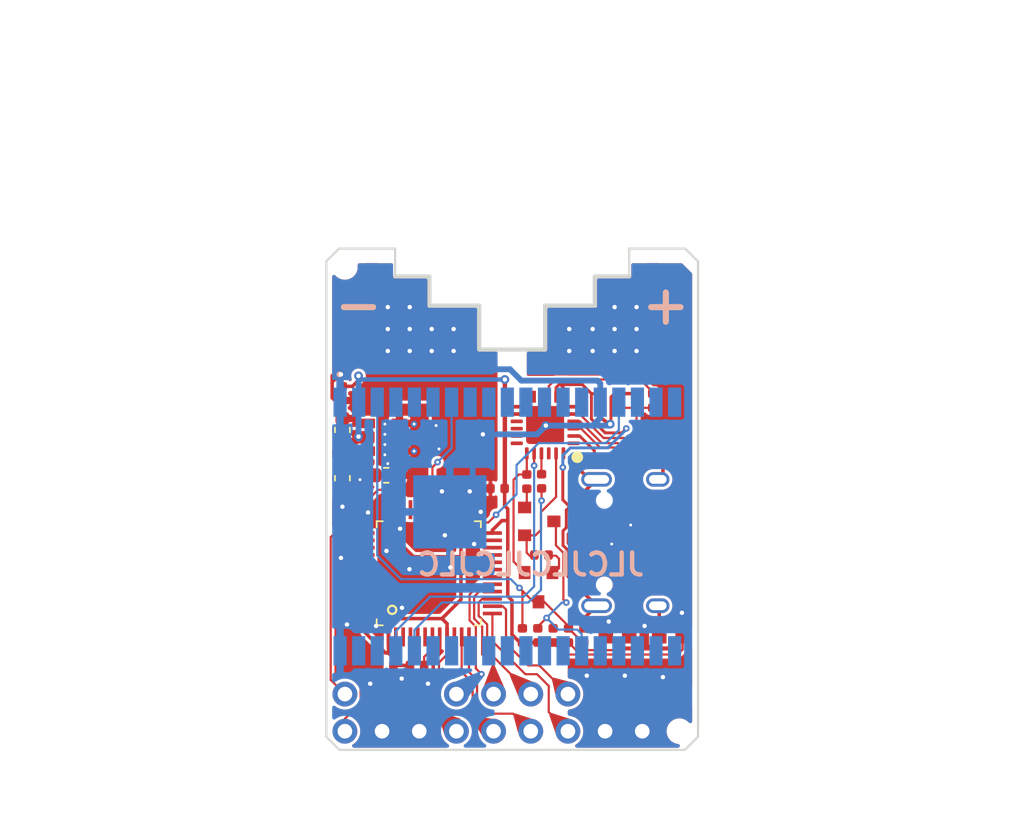
<source format=kicad_pcb>
(kicad_pcb (version 20241229) (generator "pcbnew") (generator_version "9.0")
  (layers (0 "F.Cu" signal) (4 "In1.Cu" signal) (6 "In2.Cu" signal) (2 "B.Cu" signal) (13 "F.Paste" user) (15 "B.Paste" user) (5 "F.SilkS" user "F.Silkscreen") (7 "B.SilkS" user "B.Silkscreen") (1 "F.Mask" user) (3 "B.Mask" user) (25 "Edge.Cuts" user))
  (net 0 "")
  (net 1 "Net-(U4-REGIN)")
  (net 2 "Net-(J1-Pin_5)")
  (net 3 "Net-(J1-Pin_3)")
  (net 4 "Net-(J1-Pin_6)")
  (net 5 "Net-(J1-Pin_4)")
  (net 6 "Net-(U4-D+)")
  (net 7 "Net-(J2-CC2)")
  (net 8 "Net-(U4-D-)")
  (net 10 "Net-(J2-CC1)")
  (net 12 "Net-(J3-Pin_4)")
  (net 13 "Net-(J3-Pin_2)")
  (net 14 "Net-(J3-Pin_3)")
  (net 15 "Net-(J3-Pin_1)")
  (net 16 "Net-(Q1-G)")
  (net 17 "Net-(Q1-S)")
  (net 18 "Net-(Q2-S)")
  (net 19 "Net-(Q2-G)")
  (net 20 "Net-(U4-TXD)")
  (net 21 "Net-(U4-~{RST})")
  (net 22 "Net-(U2-NRST)")
  (net 23 "Net-(U2-BOOT0)")
  (net 24 "Net-(SW1-A)")
  (net 25 "Net-(SW2-A)")
  (net 46 "GND")
  (net 48 "+5V")
  (net 49 "3V3")
  (net 50 "VIO")
  (net 51 "ESPEN")
  (net 60 "ESPRST")
  (net 61 "ESPRX")
  (net 66 "ESPTX")
  (net 67 "STMTX")
  (net 68 "STMRX")
  (net 69 "SWDIO")
  (net 70 "SWDCLK")
  (footprint "Connector_PinHeader_2.54mm:PinHeader_1x08_P2.54mm_Vertical" (layer "F.Cu") (at 0 0 90)
    (property "Reference" "J1" (hide yes))
    (property "Value" "Conn_01x08_Male")
  )
  (footprint "MountingHole:MountingHole_3.2mm_M3" (layer "F.Cu") (at -11.43 -31.75)
    (property "Reference" "REF**" (hide yes))
    (property "Value" "MountingHole_3.2mm_M3")
  )
  (footprint "MountingHole:MountingHole_3.2mm_M3" (layer "F.Cu") (at 11.43 0)
    (property "Reference" "REF**" (hide yes))
    (property "Value" "MountingHole_3.2mm_M3")
  )
  (footprint "Connector_PinHeader_2.54mm:PinHeader_1x04_P2.54mm_Vertical" (layer "F.Cu") (at -3.81 -2.54 90)
    (property "Reference" "J3" (hide yes))
    (property "Value" "Conn_01x04_Male")
  )
  (footprint "Connector_PinHeader_2.54mm:PinHeader_1x02_P2.54mm_Vertical" (layer "F.Cu") (at -11.43 -2.54)
    (property "Reference" "J4" (hide yes))
    (property "Value" "Conn_01x02_Male")
  )
  (footprint "Package_TO_SOT_SMD:SOT-23" (layer "F.Cu") (at 1.85 -14.35)
    (property "Reference" "Q2" (hide yes))
    (property "Value" "AO3400")
  )
  (footprint "Package_TO_SOT_SMD:SOT-23" (layer "F.Cu") (at 1.8 -9.85 -90)
    (property "Reference" "Q1" (hide yes))
    (property "Value" "AO3400")
  )
  (footprint "Package_DFN_QFN:QFN-24-1EP_4x4mm_P0.5mm_EP2.6x2.6mm" (layer "F.Cu") (at 2.25 -20.9375 90)
    (property "Reference" "U4" (hide yes))
    (property "Value" "CH9102F")
  )
  (footprint "footprints:USB_C_Receptacle_HRO_TYPE-C-31-M-12" (layer "F.Cu") (at 8.9 -12.9 90)
    (property "Reference" "J2" (hide yes))
    (property "Value" "USB_C_Receptacle_USB2.0")
  )
  (footprint "esp32-wrover:C_0603_1608Metric" (layer "F.Cu") (at -8.6 -17.5 180)
    (property "Reference" "C2" (hide yes))
    (property "Value" "10uF")
  )
  (footprint "Resistor_SMD:R_0402_1005Metric" (layer "F.Cu") (at 2.01 -17.09 90)
    (property "Reference" "R1" (hide yes))
    (property "Value" "1k")
  )
  (footprint "esp32-wrover:C_0603_1608Metric" (layer "F.Cu") (at -11.6 -17.3 -90)
    (property "Reference" "C9" (hide yes))
    (property "Value" "10uF")
  )
  (footprint "esp32-wrover:C_0603_1608Metric" (layer "F.Cu") (at -11.6 -20.6 90)
    (property "Reference" "C4" (hide yes))
    (property "Value" "10uF")
  )
  (footprint "Capacitor_SMD:C_0402_1005Metric" (layer "F.Cu") (at -1 -16.6 180)
    (property "Reference" "C10" (hide yes))
    (property "Value" "100nF")
  )
  (footprint "Capacitor_SMD:C_0402_1005Metric" (layer "F.Cu") (at 6.1 -22.6 -90)
    (property "Reference" "C1" (hide yes))
    (property "Value" "1uF")
  )
  (footprint "Capacitor_SMD:C_0402_1005Metric" (layer "F.Cu") (at 8.5 -22.6 90)
    (property "Reference" "C3" (hide yes))
    (property "Value" "100nF")
  )
  (footprint "Capacitor_SMD:C_0402_1005Metric" (layer "F.Cu") (at -11.6 -23.1 -90)
    (property "Reference" "C5" (hide yes))
    (property "Value" "100nF")
  )
  (footprint "Capacitor_SMD:C_0402_1005Metric" (layer "F.Cu") (at 7.4 -22.6 90)
    (property "Reference" "C6" (hide yes))
    (property "Value" "1uF")
  )
  (footprint "Capacitor_SMD:C_0402_1005Metric" (layer "F.Cu") (at -8.6 -4.5 180)
    (property "Reference" "C8" (hide yes))
    (property "Value" "100nF")
  )
  (footprint "Resistor_SMD:R_0402_1005Metric" (layer "F.Cu") (at 9.6 -22.6 90)
    (property "Reference" "R2" (hide yes))
    (property "Value" "10k")
  )
  (footprint "Resistor_SMD:R_0402_1005Metric" (layer "F.Cu") (at 2 -12.05 180)
    (property "Reference" "R3" (hide yes))
    (property "Value" "10k")
  )
  (footprint "Resistor_SMD:R_0402_1005Metric" (layer "F.Cu") (at 1 -17.07 90)
    (property "Reference" "R4" (hide yes))
    (property "Value" "10k")
  )
  (footprint "Resistor_SMD:R_0402_1005Metric" (layer "F.Cu") (at 0.7 -6.55 90)
    (property "Reference" "R5" (hide yes))
    (property "Value" "10k")
  )
  (footprint "Resistor_SMD:R_0402_1005Metric" (layer "F.Cu") (at -6.5 -4.5 180)
    (property "Reference" "R6" (hide yes))
    (property "Value" "10k")
  )
  (footprint "Resistor_SMD:R_0402_1005Metric" (layer "F.Cu") (at -11.45 -9.57 -90)
    (property "Reference" "R7" (hide yes))
    (property "Value" "10k")
  )
  (footprint "Resistor_SMD:R_0402_1005Metric" (layer "F.Cu") (at 9.82 -18.75 180)
    (property "Reference" "R8" (hide yes))
    (property "Value" "5.1k")
  )
  (footprint "Resistor_SMD:R_0402_1005Metric" (layer "F.Cu") (at 6.1 -18.75)
    (property "Reference" "R9" (hide yes))
    (property "Value" "5.1k")
  )
  (footprint "Resistor_SMD:R_0402_1005Metric" (layer "F.Cu") (at 3.85 -6.55 -90)
    (property "Reference" "R10" (hide yes))
    (property "Value" "470 Ohm")
  )
  (footprint "Resistor_SMD:R_0402_1005Metric" (layer "F.Cu") (at 1.75 -6.55 90)
    (property "Reference" "R11" (hide yes))
    (property "Value" "10k")
  )
  (footprint "Package_QFP:LQFP-48_7x7mm_P0.5mm" (layer "F.Cu") (at -5.7 -10.8 90)
    (property "Reference" "U2" (hide yes))
    (property "Value" "STM32F030C8Tx")
  )
  (footprint "Button_Switch_SMD:SW_Push_1P1T_NO_CK_KMR2" (layer "F.Cu") (at 7.2 -4.4 -90)
    (property "Reference" "SW1" (hide yes))
    (property "Value" "SW_SPST")
  )
  (footprint "Button_Switch_SMD:SW_Push_1P1T_NO_CK_KMR2" (layer "F.Cu") (at 10.85 -4.4 -90)
    (property "Reference" "SW2" (hide yes))
    (property "Value" "SW_SPST")
  )
  (footprint "Capacitor_SMD:C_0402_1005Metric" (layer "F.Cu") (at 4.9 -6.55 90)
    (property "Reference" "C7" (hide yes))
    (property "Value" "1uF")
  )
  (footprint "Resistor_SMD:R_0402_1005Metric" (layer "F.Cu") (at 2.8 -6.55 -90)
    (property "Reference" "R12" (hide yes))
    (property "Value" "470 Ohm")
  )
  (footprint "Package_TO_SOT_SMD:SOT-23-5" (layer "F.Cu") (at -8.8 -20.1 180)
    (property "Reference" "U3" (hide yes))
    (property "Value" "ME6211C33M5G-N")
  )
  (footprint "esp32-wrover:XCVR_ESP32-WROVER" (layer "B.Cu") (at -3.5 -14 -90)
    (property "Reference" "U1" (hide yes))
    (property "Value" "ESP32-WROVER")
  )
  (gr_line (start 9.5 -29) (end 11.5 -29) (stroke (width 0.4)) (layer "F.SilkS"))
  (gr_line (start 10.5 -28) (end 10.5 -30) (stroke (width 0.4)) (layer "F.SilkS"))
  (gr_line (start -11.5 -29) (end -9.5 -29) (stroke (width 0.4)) (layer "F.SilkS"))
  (gr_line (start 9.5 -29) (end 11.5 -29) (stroke (width 0.4)) (layer "B.SilkS"))
  (gr_line (start -11.5 -29) (end -9.5 -29) (stroke (width 0.4)) (layer "B.SilkS"))
  (gr_line (start 10.5 -28) (end 10.5 -30) (stroke (width 0.4)) (layer "B.SilkS"))
  (gr_line (start -5.649784 -29.100034) (end -5.649784 -31.09991) (stroke (width 0.282843)) (layer "Edge.Cuts"))
  (gr_line (start 11.83 -33) (end 12.7 -32.131) (stroke (width 0.15)) (layer "Edge.Cuts"))
  (gr_line (start 5.649267 -29.100034) (end 2.249992 -29.100034) (stroke (width 0.282843)) (layer "Edge.Cuts"))
  (gr_line (start -2.249992 -29.100034) (end -5.649784 -29.100034) (stroke (width 0.282843)) (layer "Edge.Cuts"))
  (gr_line (start -2.249992 -26.099698) (end -2.249992 -29.100034) (stroke (width 0.282843)) (layer "Edge.Cuts"))
  (gr_line (start 2.249992 -29.100034) (end 2.249992 -26.099698) (stroke (width 0.282843)) (layer "Edge.Cuts"))
  (gr_line (start 8 -31.1) (end 8 -33) (stroke (width 0.15)) (layer "Edge.Cuts"))
  (gr_line (start 7.999512 -31.09991) (end 5.649267 -31.09991) (stroke (width 0.282843)) (layer "Edge.Cuts"))
  (gr_line (start -8 -31.1) (end -8 -33) (stroke (width 0.15)) (layer "Edge.Cuts"))
  (gr_line (start 5.649267 -31.09991) (end 5.649267 -29.100034) (stroke (width 0.282843)) (layer "Edge.Cuts"))
  (gr_line (start -11.83 -33) (end -8 -33) (stroke (width 0.15)) (layer "Edge.Cuts"))
  (gr_line (start -12.7 -32.131) (end -11.83 -33) (stroke (width 0.15)) (layer "Edge.Cuts"))
  (gr_line (start -5.649784 -31.09991) (end -8.000028 -31.09991) (stroke (width 0.282843)) (layer "Edge.Cuts"))
  (gr_line (start 2.249992 -26.099698) (end -2.249992 -26.099698) (stroke (width 0.282843)) (layer "Edge.Cuts"))
  (gr_line (start -12.7 0.381) (end -12.7 -32.131) (stroke (width 0.15)) (layer "Edge.Cuts"))
  (gr_line (start 8 -33) (end 11.83 -33) (stroke (width 0.15)) (layer "Edge.Cuts"))
  (gr_line (start 12.7 0.381) (end 12.7 -32.131) (stroke (width 0.15)) (layer "Edge.Cuts"))
  (gr_line (start 11.811 1.27) (end 12.7 0.381) (stroke (width 0.15)) (layer "Edge.Cuts"))
  (gr_line (start -12.7 0.381) (end -11.811 1.27) (stroke (width 0.15)) (layer "Edge.Cuts"))
  (gr_line (start -11.811 1.27) (end 11.811 1.27) (stroke (width 0.15)) (layer "Edge.Cuts"))
  (gr_text "JLCJLCJLCJLC" (at 1.27 -11.4 0) (layer "B.SilkS") (effects (font (size 1.5 1.5) (thickness 0.3)) (justify mirror)))
  (segment (start 3 -23.5) (end 3.2 -23.7) (width 0.2) (layer "F.Cu") (net 1))
  (segment (start 3.2 -23.7) (end 3.3 -23.7) (width 0.2) (layer "F.Cu") (net 1))
  (segment (start 3.3 -23.7) (end 3.5 -23.5) (width 0.2) (layer "F.Cu") (net 1))
  (segment (start 3.5 -23.5) (end 3.5 -22.875) (width 0.2) (layer "F.Cu") (net 1))
  (segment (start 4.8 -23.7) (end 5.415 -23.085) (width 0.2) (layer "F.Cu") (net 1))
  (segment (start 5.415 -23.085) (end 6.1 -23.085) (width 0.2) (layer "F.Cu") (net 1))
  (segment (start 5.415 -21.344622) (end 6.359622 -20.4) (width 0.2) (layer "F.Cu") (net 1))
  (segment (start 6.359622 -20.4) (end 7.5 -20.4) (width 0.2) (layer "F.Cu") (net 1))
  (segment (start 7.5 -20.4) (end 7.8 -20.7) (width 0.2) (layer "F.Cu") (net 1))
  (segment (start 3 -22.875) (end 3 -23.5) (width 0.2) (layer "F.Cu") (net 1))
  (segment (start 3.7 -15.12) (end 3.93 -15.35) (width 0.2) (layer "F.Cu") (net 1))
  (segment (start 3.7 -13.925009) (end 3.7 -15.12) (width 0.2) (layer "F.Cu") (net 1))
  (segment (start 3.3 -23.7) (end 4.8 -23.7) (width 0.2) (layer "F.Cu") (net 1))
  (segment (start 3.46 -15.82) (end 3.46 -18.04) (width 0.2) (layer "F.Cu") (net 1))
  (segment (start 4.855 -10.45) (end 3.93 -10.45) (width 0.2) (layer "F.Cu") (net 1))
  (segment (start 3.47499 -13.699999) (end 3.7 -13.925009) (width 0.2) (layer "F.Cu") (net 1))
  (segment (start 3.93 -15.35) (end 4.855 -15.35) (width 0.2) (layer "F.Cu") (net 1))
  (segment (start 3.82501 -10.55499) (end 3.82501 -12.355357) (width 0.2) (layer "F.Cu") (net 1))
  (segment (start 3.93 -15.35) (end 3.46 -15.82) (width 0.2) (layer "F.Cu") (net 1))
  (segment (start 5.415 -21.344622) (end 5.415 -23.085) (width 0.2) (layer "F.Cu") (net 1))
  (segment (start 3.93 -10.45) (end 3.82501 -10.55499) (width 0.2) (layer "F.Cu") (net 1))
  (segment (start 3.82501 -12.355357) (end 3.47499 -12.705377) (width 0.2) (layer "F.Cu") (net 1))
  (segment (start 3.47499 -12.705377) (end 3.47499 -13.699999) (width 0.2) (layer "F.Cu") (net 1))
  (via (at 3.46 -18.04) (size 0.45) (drill 0.2) (layers "F.Cu" "B.Cu") (net 1))
  (via (at 7.8 -20.7) (size 0.45) (drill 0.2) (layers "F.Cu" "B.Cu") (net 1))
  (segment (start 7.8 -20.640367) (end 7.8 -20.7) (width 0.2) (layer "B.Cu") (net 1))
  (segment (start 3.97499 -19.37499) (end 6.534623 -19.37499) (width 0.2) (layer "B.Cu") (net 1))
  (segment (start 3.46 -18.86) (end 3.97499 -19.37499) (width 0.2) (layer "B.Cu") (net 1))
  (segment (start 3.46 -18.04) (end 3.46 -18.86) (width 0.2) (layer "B.Cu") (net 1))
  (segment (start 6.534623 -19.37499) (end 7.8 -20.640367) (width 0.2) (layer "B.Cu") (net 1))
  (segment (start -2.399998 -1.799998) (end -1.8 -1.2) (width 0.15) (layer "F.Cu") (net 2))
  (segment (start -2.95 -4.05) (end -2.399998 -3.499998) (width 0.15) (layer "F.Cu") (net 2))
  (segment (start -1.8 -1.2) (end 0.07 -1.2) (width 0.15) (layer "F.Cu") (net 2))
  (segment (start 0.07 -1.2) (end 1.27 0) (width 0.15) (layer "F.Cu") (net 2))
  (segment (start -2.399998 -3.499998) (end -2.399998 -1.799998) (width 0.15) (layer "F.Cu") (net 2))
  (segment (start -2.95 -6.45) (end -2.95 -4.05) (width 0.15) (layer "F.Cu") (net 2))
  (segment (start -5 -1.19) (end -3.81 0) (width 0.15) (layer "F.Cu") (net 3))
  (segment (start -3.95 -5.75) (end -5 -4.7) (width 0.15) (layer "F.Cu") (net 3))
  (segment (start -5 -4.7) (end -5 -1.19) (width 0.15) (layer "F.Cu") (net 3))
  (segment (start -3.95 -6.45) (end -3.95 -5.75) (width 0.15) (layer "F.Cu") (net 3))
  (segment (start -1.35 -6.15) (end 0.9 -3.9) (width 0.15) (layer "F.Cu") (net 4))
  (segment (start 0.9 -3.9) (end 1.7 -3.9) (width 0.15) (layer "F.Cu") (net 4))
  (segment (start 1.7 -3.9) (end 2.5 -3.1) (width 0.15) (layer "F.Cu") (net 4))
  (segment (start 2.5 -3.1) (end 2.5 -1.31) (width 0.15) (layer "F.Cu") (net 4))
  (segment (start 3.81 0) (end 2.5 -1.31) (width 0.15) (layer "F.Cu") (net 4))
  (segment (start -1.35 -8.05) (end -1.35 -7.95) (width 0.15) (layer "F.Cu") (net 4))
  (segment (start -1.35 -6.15) (end -1.35 -8.05) (width 0.15) (layer "F.Cu") (net 4))
  (segment (start -3.45 -4.05) (end -2.7 -3.3) (width 0.15) (layer "F.Cu") (net 5))
  (segment (start -2.7 -0.9) (end -1.8 0) (width 0.15) (layer "F.Cu") (net 5))
  (segment (start -1.8 0) (end -1.27 0) (width 0.15) (layer "F.Cu") (net 5))
  (segment (start -3.45 -6.45) (end -3.45 -4.05) (width 0.15) (layer "F.Cu") (net 5))
  (segment (start -2.7 -3.3) (end -2.7 -0.9) (width 0.15) (layer "F.Cu") (net 5))
  (segment (start 4.6125 -20.6875) (end 4.1875 -20.6875) (width 0.15) (layer "F.Cu") (net 6))
  (segment (start 3.99 -12.65) (end 3.8 -12.84) (width 0.15) (layer "F.Cu") (net 6))
  (segment (start 3.8 -13.5) (end 3.95 -13.65) (width 0.15) (layer "F.Cu") (net 6))
  (segment (start 4.855 -13.65) (end 5.77 -13.65) (width 0.15) (layer "F.Cu") (net 6))
  (segment (start 5.77 -13.65) (end 7.4 -15.28) (width 0.15) (layer "F.Cu") (net 6))
  (segment (start 3.95 -13.65) (end 4.855 -13.65) (width 0.15) (layer "F.Cu") (net 6))
  (segment (start 7.100002 -19.399998) (end 6.000002 -19.399998) (width 0.15) (layer "F.Cu") (net 6))
  (segment (start 4.7125 -20.6875) (end 4.1875 -20.6875) (width 0.15) (layer "F.Cu") (net 6))
  (segment (start 4.855 -12.65) (end 3.99 -12.65) (width 0.15) (layer "F.Cu") (net 6))
  (segment (start 7.4 -15.28) (end 7.4 -19.1) (width 0.15) (layer "F.Cu") (net 6))
  (segment (start 7.4 -19.1) (end 7.100002 -19.399998) (width 0.15) (layer "F.Cu") (net 6))
  (segment (start 6.000002 -19.399998) (end 4.7125 -20.6875) (width 0.15) (layer "F.Cu") (net 6))
  (segment (start 3.8 -12.84) (end 3.8 -13.5) (width 0.15) (layer "F.Cu") (net 6))
  (segment (start 6.585 -18.75) (end 7.03999 -18.75) (width 0.15) (layer "F.Cu") (net 7))
  (segment (start 7.1 -18.68999) (end 7.1 -18.5) (width 0.15) (layer "F.Cu") (net 7))
  (segment (start 7.1 -15.66) (end 7.1 -18.5) (width 0.15) (layer "F.Cu") (net 7))
  (segment (start 4.855 -14.65) (end 6.09 -14.65) (width 0.15) (layer "F.Cu") (net 7))
  (segment (start 7.03999 -18.75) (end 7.1 -18.68999) (width 0.15) (layer "F.Cu") (net 7))
  (segment (start 6.09 -14.65) (end 7.1 -15.66) (width 0.15) (layer "F.Cu") (net 7))
  (segment (start 5.75 -13.15) (end 4.855 -13.15) (width 0.15) (layer "F.Cu") (net 8))
  (segment (start 4.855 -12.15) (end 5.76 -12.15) (width 0.15) (layer "F.Cu") (net 8))
  (segment (start 4.636779 -21.1875) (end 4.1875 -21.1875) (width 0.15) (layer "F.Cu") (net 8))
  (segment (start 6.05 -12.44) (end 6.05 -12.85) (width 0.15) (layer "F.Cu") (net 8))
  (segment (start 6.12427 -19.700009) (end 4.636779 -21.1875) (width 0.15) (layer "F.Cu") (net 8))
  (segment (start 7.22427 -19.700009) (end 6.12427 -19.700009) (width 0.15) (layer "F.Cu") (net 8))
  (segment (start 5.76 -12.15) (end 6.05 -12.44) (width 0.15) (layer "F.Cu") (net 8))
  (segment (start 5.75 -13.15) (end 5.77 -13.15) (width 0.15) (layer "F.Cu") (net 8))
  (segment (start 7.7 -19.224279) (end 7.22427 -19.700009) (width 0.15) (layer "F.Cu") (net 8))
  (segment (start 6.05 -12.85) (end 5.75 -13.15) (width 0.15) (layer "F.Cu") (net 8))
  (segment (start 5.77 -13.15) (end 7.7 -15.08) (width 0.15) (layer "F.Cu") (net 8))
  (segment (start 7.7 -15.08) (end 7.7 -19.224279) (width 0.15) (layer "F.Cu") (net 8))
  (segment (start 8.965 -18.75) (end 8.815 -18.6) (width 0.15) (layer "F.Cu") (net 10))
  (segment (start 8.815 -18.6) (end 8.815 -13.715) (width 0.15) (layer "F.Cu") (net 10))
  (segment (start 9.335 -18.75) (end 8.965 -18.75) (width 0.15) (layer "F.Cu") (net 10))
  (segment (start 5.73 -11.65) (end 4.855 -11.65) (width 0.15) (layer "F.Cu") (net 10))
  (segment (start 6.75 -11.65) (end 5.73 -11.65) (width 0.15) (layer "F.Cu") (net 10))
  (segment (start 8.815 -13.715) (end 6.75 -11.65) (width 0.15) (layer "F.Cu") (net 10))
  (segment (start -1.35 -8.55) (end -0.65 -8.55) (width 0.15) (layer "F.Cu") (net 12))
  (segment (start -0.42 -8.32) (end -0.42 -6.02) (width 0.15) (layer "F.Cu") (net 12))
  (segment (start -0.42 -6.02) (end 1.1 -4.5) (width 0.15) (layer "F.Cu") (net 12))
  (segment (start 1.1 -4.5) (end 1.85 -4.5) (width 0.15) (layer "F.Cu") (net 12))
  (segment (start -0.65 -8.55) (end -0.42 -8.32) (width 0.15) (layer "F.Cu") (net 12))
  (segment (start 1.85 -4.5) (end 3.81 -2.54) (width 0.15) (layer "F.Cu") (net 12))
  (segment (start -1.27 -4.48) (end -2.05 -5.26) (width 0.15) (layer "F.Cu") (net 13))
  (segment (start -2.6 -9.2) (end -2.6 -7.7) (width 0.15) (layer "F.Cu") (net 13))
  (segment (start -2.6 -7.7) (end -2.05 -7.15) (width 0.15) (layer "F.Cu") (net 13))
  (segment (start -2.25 -9.55) (end -2.6 -9.2) (width 0.15) (layer "F.Cu") (net 13))
  (segment (start -2.05 -7.15) (end -2.05 -5.26) (width 0.15) (layer "F.Cu") (net 13))
  (segment (start -1.35 -9.55) (end -2.25 -9.55) (width 0.15) (layer "F.Cu") (net 13))
  (segment (start -1.27 -2.54) (end -1.27 -4.48) (width 0.15) (layer "F.Cu") (net 13))
  (segment (start -1.71 -7.31) (end -1.71 -5.52) (width 0.15) (layer "F.Cu") (net 14))
  (segment (start -2.05 -9.05) (end -2.287867 -8.812133) (width 0.15) (layer "F.Cu") (net 14))
  (segment (start -2.287867 -8.812133) (end -2.287867 -7.887867) (width 0.15) (layer "F.Cu") (net 14))
  (segment (start -0.045 -3.855) (end -1.71 -5.52) (width 0.15) (layer "F.Cu") (net 14))
  (segment (start -2.05 -9.05) (end -1.35 -9.05) (width 0.15) (layer "F.Cu") (net 14))
  (segment (start -2.287867 -7.887867) (end -1.71 -7.31) (width 0.15) (layer "F.Cu") (net 14))
  (segment (start -0.045 -3.855) (end 1.27 -2.54) (width 0.15) (layer "F.Cu") (net 14))
  (segment (start -2.21 -10.05) (end -2.91 -9.35) (width 0.15) (layer "F.Cu") (net 15))
  (segment (start -2.91 -9.35) (end -2.91 -7.579998) (width 0.15) (layer "F.Cu") (net 15))
  (segment (start -2.91 -7.579998) (end -2.48 -7.149998) (width 0.15) (layer "F.Cu") (net 15))
  (segment (start -2.48 -7.149998) (end -2.48 -4.29) (width 0.15) (layer "F.Cu") (net 15))
  (segment (start -2.48 -4.29) (end -2.05 -3.86) (width 0.15) (layer "F.Cu") (net 15))
  (segment (start -1.35 -10.05) (end -2.21 -10.05) (width 0.15) (layer "F.Cu") (net 15))
  (via (at -2.1 -3.9) (size 0.45) (drill 0.2) (layers "F.Cu" "B.Cu") (net 15))
  (segment (start -2.05 -3.86) (end -3.37 -2.54) (width 0.24) (layer "B.Cu") (net 15))
  (segment (start -3.37 -2.54) (end -3.81 -2.54) (width 0.15) (layer "B.Cu") (net 15))
  (segment (start 3 -12) (end 3.2 -11.8) (width 0.15) (layer "F.Cu") (net 16))
  (segment (start 3.2 -11.8) (end 3.2 -11.15) (width 0.15) (layer "F.Cu") (net 16))
  (segment (start 3.2 -11.15) (end 2.95 -10.9) (width 0.15) (layer "F.Cu") (net 16))
  (segment (start 2.485 -12) (end 3 -12) (width 0.15) (layer "F.Cu") (net 16))
  (segment (start 0.795002 -10.9) (end 0.095002 -11.6) (width 0.15) (layer "F.Cu") (net 17))
  (segment (start 0.095002 -11.6) (end 0.095002 -17.195002) (width 0.15) (layer "F.Cu") (net 17))
  (segment (start 0.095002 -17.195002) (end 0.455 -17.555) (width 0.15) (layer "F.Cu") (net 17))
  (segment (start 0.455 -17.555) (end 1 -17.555) (width 0.15) (layer "F.Cu") (net 17))
  (segment (start 1 -19) (end 1 -17.555) (width 0.15) (layer "F.Cu") (net 17))
  (segment (start 1.05 -10.9) (end 0.795002 -10.9) (width 0.15) (layer "F.Cu") (net 17))
  (segment (start 0.99 -12.21) (end 1.2 -12) (width 0.15) (layer "F.Cu") (net 18))
  (segment (start 1.2 -12) (end 1.515 -12) (width 0.15) (layer "F.Cu") (net 18))
  (segment (start 3 -16.02) (end 1.97 -14.99) (width 0.15) (layer "F.Cu") (net 18))
  (segment (start 1.97 -14.99) (end 1.97 -13.77) (width 0.15) (layer "F.Cu") (net 18))
  (segment (start 1.97 -13.77) (end 1.59 -13.39) (width 0.15) (layer "F.Cu") (net 18))
  (segment (start 1.59 -13.39) (end 0.99 -13.39) (width 0.15) (layer "F.Cu") (net 18))
  (segment (start 0.99 -13.39) (end 0.99 -12.21) (width 0.15) (layer "F.Cu") (net 18))
  (segment (start 3 -19) (end 3 -16.02) (width 0.15) (layer "F.Cu") (net 18))
  (segment (start 1 -15.3) (end 0.99 -15.29) (width 0.15) (layer "F.Cu") (net 19))
  (segment (start 1 -16.585) (end 1 -15.3) (width 0.15) (layer "F.Cu") (net 19))
  (segment (start 2 -17.585) (end 2.01 -17.575) (width 0.15) (layer "F.Cu") (net 20))
  (segment (start 2 -19) (end 2 -17.585) (width 0.15) (layer "F.Cu") (net 20))
  (segment (start 9.4 -23.4) (end 8.75 -24.05) (width 0.15) (layer "F.Cu") (net 21))
  (segment (start 8.75 -24.05) (end 2.95 -24.05) (width 0.15) (layer "F.Cu") (net 21))
  (segment (start 2.95 -24.05) (end 2.5 -23.6) (width 0.15) (layer "F.Cu") (net 21))
  (segment (start 2.5 -23.6) (end 2.5 -22.875) (width 0.15) (layer "F.Cu") (net 21))
  (segment (start 9.4 -23.085) (end 9.4 -23.4) (width 0.18) (layer "F.Cu") (net 21))
  (segment (start -5.45 -5.65) (end -6.015 -5.085) (width 0.15) (layer "F.Cu") (net 22))
  (segment (start -6.015 -5.085) (end -6.015 -4.5) (width 0.15) (layer "F.Cu") (net 22))
  (segment (start -5.45 -6.45) (end -5.45 -5.65) (width 0.15) (layer "F.Cu") (net 22))
  (segment (start -10.055 -10.055) (end -10.05 -10.05) (width 0.15) (layer "F.Cu") (net 23))
  (segment (start -11.41 -10.055) (end -10.055 -10.055) (width 0.15) (layer "F.Cu") (net 23))
  (segment (start 4.37001 -5.54499) (end 7.09499 -5.54499) (width 0.15) (layer "F.Cu") (net 24))
  (segment (start 7.09499 -5.54499) (end 8 -6.45) (width 0.15) (layer "F.Cu") (net 24))
  (segment (start 3.85 -6.065) (end 4.37001 -5.54499) (width 0.15) (layer "F.Cu") (net 24))
  (segment (start 11.65 -5.58996) (end 11.65 -6.45) (width 0.15) (layer "F.Cu") (net 25))
  (segment (start 11.30502 -5.24498) (end 11.65 -5.58996) (width 0.15) (layer "F.Cu") (net 25))
  (segment (start 3.62002 -5.24498) (end 11.30502 -5.24498) (width 0.15) (layer "F.Cu") (net 25))
  (segment (start 2.8 -6.065) (end 3.62002 -5.24498) (width 0.15) (layer "F.Cu") (net 25))
  (segment (start -8.5 -26) (end -8.3 -25.8) (width 0.4) (layer "F.Cu") (net 46))
  (segment (start 6.7 -21) (end 6.65 -21.05) (width 0.4) (layer "F.Cu") (net 46))
  (segment (start 6.65 -21.05) (end 6.56 -21.05) (width 0.4) (layer "F.Cu") (net 46))
  (segment (start -9.085 -0.195) (end -8.89 0) (width 0.24) (layer "F.Cu") (net 46))
  (segment (start -11.7 -24.4) (end -11.6 -24.3) (width 0.24) (layer "F.Cu") (net 46))
  (segment (start -4.95 -5.55) (end -5.395002 -5.104998) (width 0.24) (layer "F.Cu") (net 46))
  (segment (start -2.35 -13.05) (end -2.6 -12.8) (width 0.24) (layer "F.Cu") (net 46))
  (segment (start -11.2 -8.55) (end -11.41 -8.76) (width 0.24) (layer "F.Cu") (net 46))
  (segment (start -11.41 -8.76) (end -11.41 -9.085) (width 0.24) (layer "F.Cu") (net 46))
  (segment (start -9.085 -5.095) (end -9.085 -4.5) (width 0.24) (layer "F.Cu") (net 46))
  (segment (start -6.35 -0.95) (end -5.395002 -1.904998) (width 0.24) (layer "F.Cu") (net 46))
  (segment (start 6.1 -21.4) (end 6.56 -21.05) (width 0.24) (layer "F.Cu") (net 46))
  (segment (start 4.855 -16.305) (end 5.77 -17.22) (width 0.24) (layer "F.Cu") (net 46))
  (segment (start 4.855 -9.495) (end 5.77 -8.58) (width 0.24) (layer "F.Cu") (net 46))
  (segment (start 5 -18.6) (end 4.6 -18.2) (width 0.24) (layer "F.Cu") (net 46))
  (segment (start 4.6 -18.2) (end 4.6 -17.9) (width 0.24) (layer "F.Cu") (net 46))
  (segment (start 4.6 -17.9) (end 5.28 -17.22) (width 0.24) (layer "F.Cu") (net 46))
  (segment (start 5.28 -17.22) (end 5.77 -17.22) (width 0.24) (layer "F.Cu") (net 46))
  (segment (start 2.29 -20.8) (end 2.24 -20.75) (width 0.24) (layer "F.Cu") (net 46))
  (segment (start 2.24 -20.75) (end 2.24 -21.0375) (width 0.24) (layer "F.Cu") (net 46))
  (segment (start 2.3 -20.9) (end 2.24 -20.96) (width 0.24) (layer "F.Cu") (net 46))
  (segment (start 2.24 -20.96) (end 2.24 -21.0375) (width 0.24) (layer "F.Cu") (net 46))
  (segment (start -11.29 -7.3) (end -9.085 -5.095) (width 0.24) (layer "F.Cu") (net 46))
  (segment (start 5.615 -19.185168) (end 5.615 -19.02) (width 0.2) (layer "F.Cu") (net 46))
  (segment (start -11.41 -7.42) (end -11.29 -7.3) (width 0.24) (layer "F.Cu") (net 46))
  (segment (start 6.985 -23.085) (end 6.75 -22.85) (width 0.2) (layer "F.Cu") (net 46))
  (segment (start -10 -14.6) (end -9.579999 -14.179999) (width 0.24) (layer "F.Cu") (net 46))
  (segment (start -8.180345 -16.100001) (end -8.815001 -16.100001) (width 0.2) (layer "F.Cu") (net 46))
  (segment (start 10.05 -6.45) (end 10.05 -8.48) (width 0.24) (layer "F.Cu") (net 46))
  (segment (start -7.7 -20.1) (end -8.4 -20.1) (width 0.5) (layer "F.Cu") (net 46))
  (segment (start -9.085 -4.5) (end -9.085 -0.195) (width 0.24) (layer "F.Cu") (net 46))
  (segment (start 5.615 -18.75) (end 5.15 -18.75) (width 0.24) (layer "F.Cu") (net 46))
  (segment (start -12.2 -24.4) (end -11.7 -24.4) (width 0.24) (layer "F.Cu") (net 46))
  (segment (start -11.6 -22.615) (end -11.615 -22.6) (width 0.24) (layer "F.Cu") (net 46))
  (segment (start 5.815 -7.035) (end 4.9 -7.035) (width 0.24) (layer "F.Cu") (net 46))
  (segment (start 5.15 -18.75) (end 5 -18.6) (width 0.24) (layer "F.Cu") (net 46))
  (segment (start 4.855 -9.65) (end 4.855 -9.495) (width 0.24) (layer "F.Cu") (net 46))
  (segment (start -7.95 -15.15) (end -7.95 -15.869656) (width 0.2) (layer "F.Cu") (net 46))
  (segment (start -1.35 -13.05) (end -2.35 -13.05) (width 0.24) (layer "F.Cu") (net 46))
  (segment (start 4.9 -7.71) (end 5.77 -8.58) (width 0.24) (layer "F.Cu") (net 46))
  (segment (start -7.95 -15.15) (end -7.95 -14.21) (width 0.24) (layer "F.Cu") (net 46))
  (segment (start -12.3 -24.3) (end -12.2 -24.4) (width 0.24) (layer "F.Cu") (net 46))
  (segment (start -1.485 -17.685) (end -1.6 -17.8) (width 0.24) (layer "F.Cu") (net 46))
  (segment (start -8.4 -20.1) (end -8.7 -20.4) (width 0.24) (layer "F.Cu") (net 46))
  (segment (start -10.05 -8.55) (end -11.2 -8.55) (width 0.24) (layer "F.Cu") (net 46))
  (segment (start 6.1 -22.115) (end 6.1 -21.4) (width 0.24) (layer "F.Cu") (net 46))
  (segment (start -11.6 -21.3875) (end -11.6 -22.615) (width 0.24) (layer "F.Cu") (net 46))
  (segment (start -3.5 -16.6) (end -3.7 -16.4) (width 0.24) (layer "F.Cu") (net 46))
  (segment (start -11.6 -15.8) (end -11.6 -16.8125) (width 0.4) (layer "F.Cu") (net 46))
  (segment (start 6.75 -22.85) (end 6.75 -21.24) (width 0.2) (layer "F.Cu") (net 46))
  (segment (start 10.305 -17.575) (end 9.95 -17.22) (width 0.24) (layer "F.Cu") (net 46))
  (segment (start -1.485 -16.6) (end -1.485 -15.515) (width 0.24) (layer "F.Cu") (net 46))
  (segment (start 6.4 -6.45) (end 5.815 -7.035) (width 0.24) (layer "F.Cu") (net 46))
  (segment (start -7.95 -15.869656) (end -8.180345 -16.100001) (width 0.2) (layer "F.Cu") (net 46))
  (segment (start -3.25 -17.8) (end -3.25 -16.81) (width 0.4) (layer "F.Cu") (net 46))
  (segment (start -5.395002 -5.104998) (end -5.395002 -1.904998) (width 0.24) (layer "F.Cu") (net 46))
  (segment (start 4.612668 -20.1875) (end 5.615 -19.185168) (width 0.2) (layer "F.Cu") (net 46))
  (segment (start 6.75 -21.24) (end 6.56 -21.05) (width 0.2) (layer "F.Cu") (net 46))
  (segment (start 4.9 -7.035) (end 4.9 -7.71) (width 0.24) (layer "F.Cu") (net 46))
  (segment (start -12.1 -22.6) (end -12.3 -22.8) (width 0.24) (layer "F.Cu") (net 46))
  (segment (start -1.485 -16.6) (end -1.485 -17.685) (width 0.24) (layer "F.Cu") (net 46))
  (segment (start 4.1875 -20.1875) (end 4.612668 -20.1875) (width 0.2) (layer "F.Cu") (net 46))
  (segment (start -4.95 -5.55) (end -4.95 -6.45) (width 0.24) (layer "F.Cu") (net 46))
  (segment (start 7.4 -23.085) (end 8.5 -23.085) (width 0.24) (layer "F.Cu") (net 46))
  (segment (start -11.41 -9.085) (end -11.41 -7.42) (width 0.24) (layer "F.Cu") (net 46))
  (segment (start -3.25 -16.81) (end -3.04 -16.6) (width 0.4) (layer "F.Cu") (net 46))
  (segment (start 10.305 -18.75) (end 10.305 -17.575) (width 0.24) (layer "F.Cu") (net 46))
  (segment (start -11.615 -22.6) (end -12.1 -22.6) (width 0.24) (layer "F.Cu") (net 46))
  (segment (start -1.485 -16.6) (end -3.5 -16.6) (width 0.24) (layer "F.Cu") (net 46))
  (segment (start 5.615 -19.02) (end 5.615 -18.6) (width 0.2) (layer "F.Cu") (net 46))
  (segment (start -12.3 -22.8) (end -12.3 -24.3) (width 0.24) (layer "F.Cu") (net 46))
  (segment (start 10.05 -8.48) (end 9.95 -8.58) (width 0.24) (layer "F.Cu") (net 46))
  (segment (start 5.77 -8.58) (end 5.92 -8.58) (width 0.24) (layer "F.Cu") (net 46))
  (segment (start -7.95 -14.21) (end -7.75 -14.01) (width 0.24) (layer "F.Cu") (net 46))
  (segment (start -1.485 -15.515) (end -1.6 -15.4) (width 0.24) (layer "F.Cu") (net 46))
  (segment (start 4.855 -16.15) (end 4.855 -16.305) (width 0.24) (layer "F.Cu") (net 46))
  (segment (start 7.4 -23.085) (end 6.985 -23.085) (width 0.2) (layer "F.Cu") (net 46))
  (segment (start -6.35 0) (end -6.35 -0.95) (width 0.24) (layer "F.Cu") (net 46))
  (via (at -8.5 -27.5) (size 0.6) (drill 0.3) (layers "F.Cu" "B.Cu") (net 46))
  (via (at -8.5 -26) (size 0.6) (drill 0.3) (layers "F.Cu" "B.Cu") (net 46))
  (via (at -8.5 -29) (size 0.6) (drill 0.3) (layers "F.Cu" "B.Cu") (net 46))
  (via (at -8.7 -20.3) (size 0.45) (drill 0.2) (layers "F.Cu" "B.Cu") (net 46))
  (via (at -5 -19.3) (size 0.45) (drill 0.2) (layers "F.Cu" "B.Cu") (net 46))
  (via (at -11.7 -11.85) (size 0.6) (drill 0.3) (layers "F.Cu" "B.Cu") (net 46))
  (via (at -9.7 -3.25) (size 0.6) (drill 0.3) (layers "F.Cu" "B.Cu") (net 46))
  (via (at -5.75 -3.25) (size 0.6) (drill 0.3) (layers "F.Cu" "B.Cu") (net 46))
  (via (at -7.55 -3.6) (size 0.6) (drill 0.3) (layers "F.Cu" "B.Cu") (net 46))
  (via (at -2.15 -15) (size 0.6) (drill 0.3) (layers "F.Cu" "B.Cu") (net 46))
  (via (at -4.8 -16.4) (size 0.6) (drill 0.3) (layers "F.Cu" "B.Cu") (net 46))
  (via (at -8.5 -18.3) (size 0.45) (drill 0.2) (layers "F.Cu" "B.Cu") (net 46))
  (via (at -8.7 -18.9) (size 0.45) (drill 0.2) (layers "F.Cu" "B.Cu") (net 46))
  (via (at -8.7 -21) (size 0.45) (drill 0.2) (layers "F.Cu" "B.Cu") (net 46))
  (via (at -8.7 -19.6) (size 0.45) (drill 0.2) (layers "F.Cu" "B.Cu") (net 46))
  (via (at -10.4 -17.2) (size 0.45) (drill 0.2) (layers "F.Cu" "B.Cu") (net 46))
  (via (at -7.66 -13.85) (size 0.6) (drill 0.3) (layers "F.Cu" "B.Cu") (net 46))
  (via (at -8.59 -12.33) (size 0.6) (drill 0.3) (layers "F.Cu" "B.Cu") (net 46))
  (via (at -7.02 -11.08) (size 0.6) (drill 0.3) (layers "F.Cu" "B.Cu") (net 46))
  (via (at -4.22 -11.2) (size 0.6) (drill 0.3) (layers "F.Cu" "B.Cu") (net 46))
  (via (at -7.53 -8.44) (size 0.6) (drill 0.3) (layers "F.Cu" "B.Cu") (net 46))
  (via (at -5.2 -20.9) (size 0.45) (drill 0.2) (layers "F.Cu" "B.Cu") (net 46))
  (via (at -11.7 -24.4) (size 0.6) (drill 0.3) (layers "F.Cu" "B.Cu") (net 46))
  (via (at -5.5 -26) (size 0.6) (drill 0.3) (layers "F.Cu" "B.Cu") (net 46))
  (via (at -2 -20.3) (size 0.6) (drill 0.3) (layers "F.Cu" "B.Cu") (net 46))
  (via (at 6.7 -21) (size 0.6) (drill 0.3) (layers "F.Cu" "B.Cu") (net 46))
  (via (at -4.6 -13.4) (size 0.6) (drill 0.3) (layers "F.Cu" "B.Cu") (net 46))
  (via (at -7 -27.5) (size 0.6) (drill 0.3) (layers "F.Cu" "B.Cu") (net 46))
  (via (at -7 -29) (size 0.6) (drill 0.3) (layers "F.Cu" "B.Cu") (net 46))
  (via (at -9.3 -7.2) (size 0.6) (drill 0.3) (layers "F.Cu" "B.Cu") (net 46))
  (via (at -2.6 -12.8) (size 0.6) (drill 0.3) (layers "F.Cu" "B.Cu") (net 46))
  (via (at -4 -26) (size 0.6) (drill 0.3) (layers "F.Cu" "B.Cu") (net 46))
  (via (at -4 -27.5) (size 0.6) (drill 0.3) (layers "F.Cu" "B.Cu") (net 46))
  (via (at -9.85 -14.96) (size 0.6) (drill 0.3) (layers "F.Cu" "B.Cu") (net 46))
  (via (at -11.6 -15.35) (size 0.6) (drill 0.3) (layers "F.Cu" "B.Cu") (net 46))
  (via (at 2.3 -20.9) (size 0.6) (drill 0.3) (layers "F.Cu" "B.Cu") (net 46))
  (via (at -2.9 -16.4) (size 0.6) (drill 0.3) (layers "F.Cu" "B.Cu") (net 46))
  (via (at -5.5 -27.5) (size 0.6) (drill 0.3) (layers "F.Cu" "B.Cu") (net 46))
  (via (at -11.29 -7.3) (size 0.6) (drill 0.3) (layers "F.Cu" "B.Cu") (net 46))
  (via (at -7 -26) (size 0.6) (drill 0.3) (layers "F.Cu" "B.Cu") (net 46))
  (segment (start -11.76 -5.5) (end -11.76 -6.24) (width 0.25) (layer "B.Cu") (net 46))
  (segment (start 5.5 -20.9) (end 6.02 -21.42) (width 0.4) (layer "B.Cu") (net 46))
  (segment (start 6.02 -21.42) (end 6.02 -22.5) (width 0.4) (layer "B.Cu") (net 46))
  (segment (start 5.4 -20.9) (end 5.5 -20.9) (width 0.4) (layer "B.Cu") (net 46))
  (segment (start 6.6 -20.9) (end 6.7 -21) (width 0.4) (layer "B.Cu") (net 46))
  (segment (start -11.7 -24.4) (end -11.76 -24.34) (width 0.24) (layer "B.Cu") (net 46))
  (segment (start -11.76 -24.34) (end -11.76 -22.5) (width 0.24) (layer "B.Cu") (net 46))
  (segment (start -10.1 -26) (end -8.5 -26) (width 0.4) (layer "B.Cu") (net 46))
  (segment (start -8.89 -1.97) (end -10.76 -3.84) (width 0.4) (layer "B.Cu") (net 46))
  (segment (start -10.76 -3.84) (end -11.59 -3.84) (width 0.4) (layer "B.Cu") (net 46))
  (segment (start -11.59 -3.84) (end -11.76 -4.01) (width 0.4) (layer "B.Cu") (net 46))
  (segment (start -11.76 -4.01) (end -11.76 -5.5) (width 0.4) (layer "B.Cu") (net 46))
  (segment (start 2.29 -20.8) (end 2.29 -20.8) (width 0.24) (layer "B.Cu") (net 46))
  (segment (start 2.3 -20.9) (end 2.29 -20.9) (width 0.4) (layer "B.Cu") (net 46))
  (segment (start -2.75 -24.75) (end -4 -26) (width 0.4) (layer "B.Cu") (net 46))
  (segment (start -2.7 -19.1) (end -2.7 -16.56) (width 0.4) (layer "B.Cu") (net 46))
  (segment (start -8.89 0) (end -8.89 -1.97) (width 0.4) (layer "B.Cu") (net 46))
  (segment (start 5.825 -23.975) (end 0.625 -23.975) (width 0.4) (layer "B.Cu") (net 46))
  (segment (start -11.76 -22.5) (end -11.76 -15.96) (width 0.4) (layer "B.Cu") (net 46))
  (segment (start 1.7 -20.3) (end -1.5 -20.3) (width 0.4) (layer "B.Cu") (net 46))
  (segment (start 2.3 -20.9) (end 5.4 -20.9) (width 0.4) (layer "B.Cu") (net 46))
  (segment (start -11.6 -15.8) (end -11.2 -15.8) (width 0.24) (layer "B.Cu") (net 46))
  (segment (start -4.26 -15) (end -5 -15) (width 0.24) (layer "B.Cu") (net 46))
  (segment (start 2.3 -20.9) (end 1.7 -20.3) (width 0.4) (layer "B.Cu") (net 46))
  (segment (start -11.2 -15.8) (end -10 -14.6) (width 0.24) (layer "B.Cu") (net 46))
  (segment (start 5.4 -20.9) (end 6.6 -20.9) (width 0.4) (layer "B.Cu") (net 46))
  (segment (start -11.76 -15.96) (end -11.6 -15.8) (width 0.4) (layer "B.Cu") (net 46))
  (segment (start 0.625 -23.975) (end -0.15 -24.75) (width 0.4) (layer "B.Cu") (net 46))
  (segment (start -0.15 -24.75) (end -2.75 -24.75) (width 0.4) (layer "B.Cu") (net 46))
  (segment (start 6.02 -22.5) (end 6.02 -23.78) (width 0.4) (layer "B.Cu") (net 46))
  (segment (start -1.5 -20.3) (end -2.7 -19.1) (width 0.4) (layer "B.Cu") (net 46))
  (segment (start -2.7 -16.56) (end -4.26 -15) (width 0.4) (layer "B.Cu") (net 46))
  (segment (start 6.02 -23.78) (end 5.825 -23.975) (width 0.4) (layer "B.Cu") (net 46))
  (segment (start 2.29 -20.9) (end 2.29 -20.8) (width 0.24) (layer "B.Cu") (net 46))
  (segment (start 6.02 -22.5) (end 6.02 -23.365996) (width 0.4) (layer "B.Cu") (net 46))
  (segment (start -11.7 -24.4) (end -10.1 -26) (width 0.4) (layer "B.Cu") (net 46))
  (segment (start 8.4 -9.9) (end 10 -9.9) (width 0.24) (layer "F.Cu") (net 48))
  (segment (start -7.8125 -19.1375) (end -7.8 -19.15) (width 0.24) (layer "F.Cu") (net 48))
  (segment (start 10.849999 -1.759999) (end 10.85 -3.19) (width 0.19) (layer "F.Cu") (net 48))
  (segment (start 7.7 -3.8) (end 7.2 -3.3) (width 0.2) (layer "F.Cu") (net 48))
  (segment (start 10.3 -3.7) (end 10.829999 -3.170001) (width 0.24) (layer "F.Cu") (net 48))
  (segment (start -7.8125 -17.75) (end -7.8125 -19.1375) (width 0.4) (layer "F.Cu") (net 48))
  (segment (start -6.750998 -21.05) (end -7.8 -21.05) (width 0.5) (layer "F.Cu") (net 48))
  (segment (start 7.2 -3.3) (end 7.2 -1.59) (width 0.2) (layer "F.Cu") (net 48))
  (segment (start -6.7 -19.15) (end -7.8 -19.15) (width 0.5) (layer "F.Cu") (net 48))
  (segment (start -6.7 -19.15) (end -6.7 -21) (width 0.5) (layer "F.Cu") (net 48))
  (via (at 8.5 -27.5) (size 0.6) (drill 0.3) (layers "F.Cu" "B.Cu") (net 48))
  (via (at 7 -27.5) (size 0.6) (drill 0.3) (layers "F.Cu" "B.Cu") (net 48))
  (via (at 8.5 -26) (size 0.6) (drill 0.3) (layers "F.Cu" "B.Cu") (net 48))
  (via (at 7 -29) (size 0.6) (drill 0.3) (layers "F.Cu" "B.Cu") (net 48))
  (via (at 7 -26) (size 0.6) (drill 0.3) (layers "F.Cu" "B.Cu") (net 48))
  (via (at 8.5 -29) (size 0.6) (drill 0.3) (layers "F.Cu" "B.Cu") (net 48))
  (via (at 5.5 -27.5) (size 0.6) (drill 0.3) (layers "F.Cu" "B.Cu") (net 48))
  (via (at -6.7 -19.15) (size 0.45) (drill 0.2) (layers "F.Cu" "B.Cu") (net 48))
  (via (at 5.1 -3.8) (size 0.6) (drill 0.3) (layers "F.Cu" "B.Cu") (net 48))
  (via (at 7.7 -3.8) (size 0.6) (drill 0.3) (layers "F.Cu" "B.Cu") (net 48))
  (via (at 10.3 -3.7) (size 0.6) (drill 0.3) (layers "F.Cu" "B.Cu") (net 48))
  (via (at -6.7 -21) (size 0.45) (drill 0.2) (layers "F.Cu" "B.Cu") (net 48))
  (via (at 5.5 -26) (size 0.6) (drill 0.3) (layers "F.Cu" "B.Cu") (net 48))
  (via (at 3.9 -27.5) (size 0.6) (drill 0.3) (layers "F.Cu" "B.Cu") (net 48))
  (via (at 3.9 -26) (size 0.6) (drill 0.3) (layers "F.Cu" "B.Cu") (net 48))
  (via (at 6.8 -12.8) (size 0.45) (drill 0.2) (layers "F.Cu" "B.Cu") (net 48))
  (via (at 8.1 -14.1) (size 0.45) (drill 0.2) (layers "F.Cu" "B.Cu") (net 48))
  (via (at 9.05 -7.2) (size 0.6) (drill 0.3) (layers "F.Cu" "B.Cu") (net 48))
  (via (at 6.6 -7.5) (size 0.6) (drill 0.3) (layers "F.Cu" "B.Cu") (net 48))
  (via (at 11.6 -8.1) (size 0.6) (drill 0.3) (layers "F.Cu" "B.Cu") (net 48))
  (segment (start 10 -9.9) (end 11.5 -9.9) (width 0.24) (layer "B.Cu") (net 48))
  (segment (start -0.3 -9.23) (end -0.014998 -8.944998) (width 0.24) (layer "F.Cu") (net 49))
  (segment (start -0.014998 -8.944998) (end -0.014998 -6.614998) (width 0.24) (layer "F.Cu") (net 49))
  (segment (start -11.6 -18.3875) (end -11.6 -19.8125) (width 0.4) (layer "F.Cu") (net 49))
  (segment (start -8.115 -5.015) (end -8.45 -5.35) (width 0.24) (layer "F.Cu") (net 49))
  (segment (start -8.45 -5.35) (end -8.45 -6.45) (width 0.24) (layer "F.Cu") (net 49))
  (segment (start -10.915 -23.585) (end -10.5 -24) (width 0.24) (layer "F.Cu") (net 49))
  (segment (start -4.45 -7.35) (end -4.8 -7.7) (width 0.24) (layer "F.Cu") (net 49))
  (segment (start -4.8 -7.7) (end -8 -7.7) (width 0.24) (layer "F.Cu") (net 49))
  (segment (start -8 -7.7) (end -8.45 -7.25) (width 0.24) (layer "F.Cu") (net 49))
  (segment (start -8.45 -7.25) (end -8.45 -6.45) (width 0.24) (layer "F.Cu") (net 49))
  (segment (start -1.35 -13.75) (end -0.7 -14.4) (width 0.24) (layer "F.Cu") (net 49))
  (segment (start -0.7 -14.4) (end -0.3 -14.4) (width 0.24) (layer "F.Cu") (net 49))
  (segment (start -8.65 -5.35) (end -10.05 -6.75) (width 0.24) (layer "F.Cu") (net 49))
  (segment (start -10.05 -6.75) (end -10.05 -8.05) (width 0.24) (layer "F.Cu") (net 49))
  (segment (start -11.6 -23.585) (end -10.915 -23.585) (width 0.24) (layer "F.Cu") (net 49))
  (segment (start -0.3 -14.4) (end -0.3 -9.23) (width 0.24) (layer "F.Cu") (net 49))
  (segment (start -0.3 -15.2) (end -0.515 -15.415) (width 0.24) (layer "F.Cu") (net 49))
  (segment (start -1.35 -13.55) (end -2.85 -13.55) (width 0.24) (layer "F.Cu") (net 49))
  (segment (start -3.5 -9) (end -4.8 -7.7) (width 0.24) (layer "F.Cu") (net 49))
  (segment (start -6.985 -4.5) (end -8.115 -4.5) (width 0.24) (layer "F.Cu") (net 49))
  (segment (start -6.74 -11.93) (end -8.45 -13.64) (width 0.24) (layer "F.Cu") (net 49))
  (segment (start -1.35 -13.75) (end -1.35 -13.55) (width 0.24) (layer "F.Cu") (net 49))
  (segment (start -4.45 -6.45) (end -4.45 -7.35) (width 0.24) (layer "F.Cu") (net 49))
  (segment (start -8.45 -5.35) (end -8.65 -5.35) (width 0.24) (layer "F.Cu") (net 49))
  (segment (start -3.5 -11.93) (end -6.74 -11.93) (width 0.24) (layer "F.Cu") (net 49))
  (segment (start -8.45 -13.64) (end -8.45 -15.15) (width 0.24) (layer "F.Cu") (net 49))
  (segment (start 0.535 -6.065) (end 0.7 -6.065) (width 0.24) (layer "F.Cu") (net 49))
  (segment (start -0.3 -14.4) (end -0.3 -15.2) (width 0.24) (layer "F.Cu") (net 49))
  (segment (start -0.5 -24.05) (end -0.5 -16.615) (width 0.3) (layer "F.Cu") (net 49))
  (segment (start -8.115 -4.5) (end -8.115 -5.015) (width 0.24) (layer "F.Cu") (net 49))
  (segment (start 0.7 -6.065) (end 1.8 -6.065) (width 0.24) (layer "F.Cu") (net 49))
  (segment (start -0.014998 -6.614998) (end 0.535 -6.065) (width 0.24) (layer "F.Cu") (net 49))
  (segment (start -0.5 -16.615) (end -0.515 -16.6) (width 0.24) (layer "F.Cu") (net 49))
  (segment (start -11.6 -19.8125) (end -10.8375 -19.8125) (width 0.4) (layer "F.Cu") (net 49))
  (segment (start -3.5 -12.9) (end -3.5 -11.93) (width 0.24) (layer "F.Cu") (net 49))
  (segment (start -3.5 -11.93) (end -3.5 -9) (width 0.24) (layer "F.Cu") (net 49))
  (segment (start -10 -19.15) (end -10 -19.65) (width 0.4) (layer "F.Cu") (net 49))
  (segment (start -10.8375 -19.8125) (end -10.5 -20.15) (width 0.4) (layer "F.Cu") (net 49))
  (segment (start -10.5 -24.3) (end -10.5 -24) (width 0.24) (layer "F.Cu") (net 49))
  (segment (start -2.85 -13.55) (end -3.5 -12.9) (width 0.24) (layer "F.Cu") (net 49))
  (segment (start -10 -19.65) (end -10.5 -20.15) (width 0.4) (layer "F.Cu") (net 49))
  (segment (start -0.515 -15.415) (end -0.515 -16.6) (width 0.24) (layer "F.Cu") (net 49))
  (via (at -10.5 -20.15) (size 0.6) (drill 0.3) (layers "F.Cu" "B.Cu") (net 49))
  (via (at -0.5 -24.05) (size 0.6) (drill 0.3) (layers "F.Cu" "B.Cu") (net 49))
  (via (at -10.5 -24.3) (size 0.6) (drill 0.3) (layers "F.Cu" "B.Cu") (net 49))
  (segment (start -10.5 -24.3) (end -10.49 -24.29) (width 0.24) (layer "B.Cu") (net 49))
  (segment (start -10.49 -24.29) (end -10.49 -22.5) (width 0.4) (layer "B.Cu") (net 49))
  (segment (start -10.5 -20) (end -10.5 -22.49) (width 0.4) (layer "B.Cu") (net 49))
  (segment (start -10.5 -24.3) (end -10.25 -24.05) (width 0.3) (layer "B.Cu") (net 49))
  (segment (start -10.25 -24.05) (end -0.5 -24.05) (width 0.3) (layer "B.Cu") (net 49))
  (segment (start -10.5 -22.49) (end -10.49 -22.5) (width 0.24) (layer "B.Cu") (net 49))
  (segment (start 4.6125 -21.6875) (end 6.25 -20.05) (width 0.15) (layer "F.Cu") (net 50))
  (segment (start 6.25 -20.05) (end 7.85 -20.05) (width 0.15) (layer "F.Cu") (net 50))
  (segment (start 7.85 -20.05) (end 8.5 -20.7) (width 0.15) (layer "F.Cu") (net 50))
  (segment (start 8.5 -20.7) (end 8.5 -22.115) (width 0.15) (layer "F.Cu") (net 50))
  (segment (start 4.9 -22.1) (end 4.8 -22.2) (width 0.15) (layer "F.Cu") (net 50))
  (segment (start 4.8 -22.2) (end 4.2 -22.2) (width 0.15) (layer "F.Cu") (net 50))
  (segment (start 4.2 -22.2) (end 4.1875 -22.1875) (width 0.15) (layer "F.Cu") (net 50))
  (segment (start 4.9 -21.8) (end 4.8 -21.7) (width 0.15) (layer "F.Cu") (net 50))
  (segment (start 4.8 -21.7) (end 4.2 -21.7) (width 0.15) (layer "F.Cu") (net 50))
  (segment (start 4.1875 -21.6875) (end 4.2 -21.7) (width 0.15) (layer "F.Cu") (net 50))
  (segment (start 4.9 -22.1) (end 4.9 -21.8) (width 0.15) (layer "F.Cu") (net 50))
  (segment (start 4.1875 -21.6875) (end 4.6125 -21.6875) (width 0.15) (layer "F.Cu") (net 50))
  (segment (start 8.5 -22.115) (end 9.6 -22.115) (width 0.15) (layer "F.Cu") (net 50))
  (segment (start 7.2 -22.115) (end 8.3 -22.115) (width 0.15) (layer "F.Cu") (net 50))
  (segment (start 1.4 -8.9) (end 0.5 -9.8) (width 0.15) (layer "F.Cu") (net 51))
  (segment (start 4.9 -6.065) (end 4.82 -6.065) (width 0.15) (layer "F.Cu") (net 51))
  (segment (start 2 -8.9) (end 1.4 -8.9) (width 0.15) (layer "F.Cu") (net 51))
  (segment (start 0.7 -9.6) (end 0.5 -9.8) (width 0.15) (layer "F.Cu") (net 51))
  (segment (start 2.185 -8.85) (end 4 -7.035) (width 0.15) (layer "F.Cu") (net 51))
  (segment (start 0.7 -7.035) (end 0.7 -9.6) (width 0.15) (layer "F.Cu") (net 51))
  (segment (start 4.82 -6.065) (end 3.85 -7.035) (width 0.15) (layer "F.Cu") (net 51))
  (segment (start 1.8 -8.85) (end 2.185 -8.85) (width 0.15) (layer "F.Cu") (net 51))
  (via (at 0.5 -9.8) (size 0.45) (drill 0.2) (layers "F.Cu" "B.Cu") (net 51))
  (segment (start 0.5 -9.8) (end -0.1 -10.4) (width 0.15) (layer "B.Cu") (net 51))
  (segment (start -0.1 -10.4) (end -7.6 -10.4) (width 0.15) (layer "B.Cu") (net 51))
  (segment (start -7.6 -10.4) (end -9.22 -12.02) (width 0.15) (layer "B.Cu") (net 51))
  (segment (start -9.22 -12.02) (end -9.22 -22.5) (width 0.15) (layer "B.Cu") (net 51))
  (segment (start 2.8 -7.035) (end 2.8 -7.3) (width 0.15) (layer "F.Cu") (net 60))
  (segment (start 3.7 -8.8) (end 3.5 -9) (width 0.15) (layer "F.Cu") (net 60))
  (segment (start 2.8 -7.3) (end 2.35 -7.75) (width 0.15) (layer "F.Cu") (net 60))
  (segment (start 3.5 -12.2) (end 2.99 -12.71) (width 0.15) (layer "F.Cu") (net 60))
  (segment (start 1.8 -7.035) (end 1.8 -7.2) (width 0.15) (layer "F.Cu") (net 60))
  (segment (start 3.5 -9) (end 3.5 -12.2) (width 0.15) (layer "F.Cu") (net 60))
  (segment (start 2.99 -12.71) (end 2.99 -14.34) (width 0.15) (layer "F.Cu") (net 60))
  (segment (start 1.8 -7.2) (end 2.35 -7.75) (width 0.15) (layer "F.Cu") (net 60))
  (via (at 2.35 -7.75) (size 0.45) (drill 0.2) (layers "F.Cu" "B.Cu") (net 60))
  (via (at 3.7 -8.8) (size 0.45) (drill 0.2) (layers "F.Cu" "B.Cu") (net 60))
  (segment (start 4.45 -6.95) (end 4.75 -6.65) (width 0.15) (layer "B.Cu") (net 60))
  (segment (start 3.15 -6.95) (end 4.45 -6.95) (width 0.15) (layer "B.Cu") (net 60))
  (segment (start 4.75 -6.65) (end 4.75 -5.5) (width 0.15) (layer "B.Cu") (net 60))
  (segment (start 3.4 -8.8) (end 3.7 -8.8) (width 0.15) (layer "B.Cu") (net 60))
  (segment (start 2.35 -7.75) (end 3.15 -6.95) (width 0.15) (layer "B.Cu") (net 60))
  (segment (start 2.35 -7.75) (end 3.4 -8.8) (width 0.15) (layer "B.Cu") (net 60))
  (segment (start 2.01 -16.605) (end 2.01 -15.77) (width 0.15) (layer "F.Cu") (net 61))
  (via (at 2.01 -15.77) (size 0.45) (drill 0.2) (layers "F.Cu" "B.Cu") (net 61))
  (segment (start 2.01 -15.77) (end 1.97 -15.73) (width 0.15) (layer "B.Cu") (net 61))
  (segment (start 1.97 -15.73) (end 1.97 -9.67) (width 0.15) (layer "B.Cu") (net 61))
  (segment (start 1.97 -9.67) (end 1.1 -8.8) (width 0.15) (layer "B.Cu") (net 61))
  (segment (start 1.1 -8.8) (end -4.8 -8.8) (width 0.15) (layer "B.Cu") (net 61))
  (segment (start -4.8 -8.8) (end -6.68 -6.92) (width 0.15) (layer "B.Cu") (net 61))
  (segment (start -6.68 -6.92) (end -6.68 -5.5) (width 0.15) (layer "B.Cu") (net 61))
  (segment (start -6.68 -6.42) (end -6.68 -5.5) (width 0.25) (layer "B.Cu") (net 61))
  (segment (start -6.68 -6.42) (end -6.68 -5.5) (width 0.25) (layer "B.Cu") (net 61))
  (segment (start 1.5 -19) (end 1.5 -18.16) (width 0.15) (layer "F.Cu") (net 66))
  (via (at 1.5 -18.16) (size 0.45) (drill 0.2) (layers "F.Cu" "B.Cu") (net 66))
  (segment (start -7.95 -6.85) (end -7.95 -5.5) (width 0.15) (layer "B.Cu") (net 66))
  (segment (start 1.5 -9.9) (end 0.8 -9.2) (width 0.15) (layer "B.Cu") (net 66))
  (segment (start 0.8 -9.2) (end -5.6 -9.2) (width 0.15) (layer "B.Cu") (net 66))
  (segment (start -5.6 -9.2) (end -7.95 -6.85) (width 0.15) (layer "B.Cu") (net 66))
  (segment (start 1.5 -18.16) (end 1.5 -9.9) (width 0.15) (layer "B.Cu") (net 66))
  (segment (start -5.45 -15.15) (end -5.45 -18.05) (width 0.15) (layer "F.Cu") (net 67))
  (segment (start -5.45 -18.05) (end -5.1 -18.4) (width 0.15) (layer "F.Cu") (net 67))
  (via (at -5.1 -18.4) (size 0.45) (drill 0.2) (layers "F.Cu" "B.Cu") (net 67))
  (segment (start -5.1 -18.4) (end -4.14 -19.36) (width 0.15) (layer "B.Cu") (net 67))
  (segment (start -4.14 -19.36) (end -4.14 -22.5) (width 0.15) (layer "B.Cu") (net 67))
  (segment (start -5.874999 -14.274999) (end -5.95 -14.35) (width 0.15) (layer "F.Cu") (net 68))
  (segment (start -1.625001 -14.274999) (end -5.874999 -14.274999) (width 0.15) (layer "F.Cu") (net 68))
  (segment (start -5.95 -14.35) (end -5.95 -15.15) (width 0.15) (layer "F.Cu") (net 68))
  (segment (start -1.1 -14.8) (end -1.625001 -14.274999) (width 0.15) (layer "F.Cu") (net 68))
  (via (at -1.1 -14.8) (size 0.45) (drill 0.2) (layers "F.Cu" "B.Cu") (net 68))
  (segment (start 0.3 -16.2) (end 0.3 -18.2) (width 0.15) (layer "B.Cu") (net 68))
  (segment (start 6.4 -19.7) (end 7.29 -20.59) (width 0.15) (layer "B.Cu") (net 68))
  (segment (start -1.1 -14.8) (end 0.3 -16.2) (width 0.15) (layer "B.Cu") (net 68))
  (segment (start 0.3 -18.2) (end 1.8 -19.7) (width 0.15) (layer "B.Cu") (net 68))
  (segment (start 1.8 -19.7) (end 6.4 -19.7) (width 0.15) (layer "B.Cu") (net 68))
  (segment (start 7.29 -20.59) (end 7.29 -22.5) (width 0.15) (layer "B.Cu") (net 68))
  (segment (start -9.16 -16.51) (end -8.06 -16.51) (width 0.15) (layer "F.Cu") (net 69))
  (segment (start -12.4 -3.51) (end -12.4 -13.27) (width 0.15) (layer "F.Cu") (net 69))
  (segment (start -8.06 -16.51) (end -7.45 -15.9) (width 0.15) (layer "F.Cu") (net 69))
  (segment (start -7.45 -15.9) (end -7.45 -15.15) (width 0.15) (layer "F.Cu") (net 69))
  (segment (start -11.43 -2.54) (end -12.4 -3.51) (width 0.15) (layer "F.Cu") (net 69))
  (segment (start -12.4 -13.27) (end -9.16 -16.51) (width 0.15) (layer "F.Cu") (net 69))
  (segment (start -12.07 -4.02) (end -12.07 -10.48) (width 0.15) (layer "F.Cu") (net 70))
  (segment (start -10.354999 -3.056001) (end -10.998998 -3.7) (width 0.15) (layer "F.Cu") (net 70))
  (segment (start -10.75 -13.55) (end -10.05 -13.55) (width 0.15) (layer "F.Cu") (net 70))
  (segment (start -11.75 -3.7) (end -12.07 -4.02) (width 0.15) (layer "F.Cu") (net 70))
  (segment (start -10.998998 -3.7) (end -11.75 -3.7) (width 0.15) (layer "F.Cu") (net 70))
  (segment (start -10.354999 -1.925001) (end -10.354999 -3.056001) (width 0.15) (layer "F.Cu") (net 70))
  (segment (start -10.925001 -11.624999) (end -10.925001 -13.374999) (width 0.15) (layer "F.Cu") (net 70))
  (segment (start -11.43 -0.85) (end -10.354999 -1.925001) (width 0.15) (layer "F.Cu") (net 70))
  (segment (start -10.925001 -13.374999) (end -10.75 -13.55) (width 0.15) (layer "F.Cu") (net 70))
  (segment (start -12.07 -10.48) (end -10.925001 -11.624999) (width 0.15) (layer "F.Cu") (net 70))
  (segment (start -11.43 0) (end -11.43 -0.85) (width 0.15) (layer "F.Cu") (net 70))
  (zone (net 49) (net_name "3V3") (layer "F.Cu") (priority 1) (connect_pads (clearance 0.2)) (min_thickness 0.254) (fill yes (thermal_gap 0.2) (thermal_bridge_width 0.508))
    (polygon (pts (xy -9.4 -18.1) (xy -10.6 -18.1) (xy -10.6 -17.7) (xy -12.3 -17.7) (xy -12.3 -20.6) (xy -9.4 -20.6)))
  )
  (zone (net 48) (net_name "+5V") (layer "F.Cu") (priority 1) (connect_pads (clearance 0.2)) (min_thickness 0.254) (fill yes (thermal_gap 0.2) (thermal_bridge_width 0.508))
    (polygon (pts (xy -5.7 -16) (xy -8 -16) (xy -8 -22.4) (xy -5.7 -22.4)))
  )
  (zone (net 5) (net_name "Net-(J1-Pin_4)") (layer "F.Cu") (connect_pads yes (clearance 0.2)) (min_thickness 0.254) (fill yes (thermal_gap 0.508) (thermal_bridge_width 0.508))
    (polygon (pts (xy -1.92 0.55) (xy -2.8 -0.97) (xy -2.8 -1.07) (xy -0.91 -0.78) (xy -0.78 0.49)))
  )
  (zone (net 3) (net_name "Net-(J1-Pin_3)") (layer "F.Cu") (priority 1) (connect_pads yes (clearance 0.2)) (min_thickness 0.254) (fill yes (thermal_gap 0.508) (thermal_bridge_width 0.508))
    (polygon (pts (xy -4.62961 0.238357) (xy -5.08 -1.2) (xy -5.08 -1.36) (xy -3.52961 -0.861643) (xy -3.32961 0.538357)))
  )
  (zone (net 2) (net_name "Net-(J1-Pin_5)") (layer "F.Cu") (connect_pads yes (clearance 0.2)) (min_thickness 0.254) (fill yes (thermal_gap 0.508) (thermal_bridge_width 0.508))
    (polygon (pts (xy 0.4 0.1) (xy 0.06 -1.17) (xy 0.06 -1.27) (xy 1.5 -0.8) (xy 1.619216 0.39)))
  )
  (zone (net 4) (net_name "Net-(J1-Pin_6)") (layer "F.Cu") (priority 1) (connect_pads yes (clearance 0.2)) (min_thickness 0.254) (fill yes (thermal_gap 0.508) (thermal_bridge_width 0.508))
    (polygon (pts (xy 2.99 0.21) (xy 2.5 -1.21) (xy 2.5 -1.31) (xy 4.06 -0.81) (xy 4.1 0.39)))
  )
  (zone (net 12) (net_name "Net-(J3-Pin_4)") (layer "F.Cu") (priority 1) (connect_pads yes (clearance 0.2)) (min_thickness 0.254) (fill yes (thermal_gap 0.508) (thermal_bridge_width 0.508))
    (polygon (pts (xy 3 -2.3) (xy 2.7 -3.6) (xy 2.7 -3.7) (xy 4.13 -3.33) (xy 4.3 -2)))
  )
  (zone (net 14) (net_name "Net-(J3-Pin_3)") (layer "F.Cu") (connect_pads yes (clearance 0.2)) (min_thickness 0.254) (fill yes (thermal_gap 0.508) (thermal_bridge_width 0.508))
    (polygon (pts (xy 0.5 -2.2) (xy -0.2 -3.9) (xy -0.1 -4) (xy 1.6 -3.3)))
  )
  (zone (net 13) (net_name "Net-(J3-Pin_2)") (layer "F.Cu") (connect_pads yes (clearance 0.2)) (min_thickness 0.254) (fill yes (thermal_gap 0.508) (thermal_bridge_width 0.508))
    (polygon (pts (xy -2 -2.9) (xy -1.4 -4.5) (xy -1.2 -4.5) (xy -0.5 -2.9)))
  )
  (zone (net 46) (net_name "GND") (layer "F.Cu") (connect_pads (clearance 0.2)) (min_thickness 0.254) (fill yes (thermal_gap 0.2) (thermal_bridge_width 0.5))
    (polygon (pts (xy -9.2 -32) (xy -10 -32) (xy -11.6 -32) (xy -12.3 -31.3) (xy -12.3 1.3) (xy -4.4 1.3) (xy -4.4 -4.9) (xy -1 -4.9) (xy -1 -25.4) (xy -9.2 -30)))
  )
  (zone (net 48) (net_name "+5V") (layer "F.Cu") (connect_pads (clearance 0.2)) (min_thickness 0.254) (fill yes (thermal_gap 0.508) (thermal_bridge_width 0.508))
    (polygon (pts (xy 9.2 -32) (xy 10 -32) (xy 11.6 -32) (xy 12.3 -31.3) (xy 12.3 1.8) (xy 3.8 1.8) (xy 3.8 -25.4) (xy 9.2 -30)))
  )
  (zone (net 48) (net_name "+5V") (layer "F.Cu") (connect_pads (clearance 0.05)) (min_thickness 0.2) (fill yes (thermal_gap 0.508) (thermal_bridge_width 0.508))
    (polygon (pts (xy 1 -24.3) (xy 1 -26.1) (xy 2.4 -26.1) (xy 2.4 -29) (xy 5.8 -29) (xy 5.8 -31) (xy 8 -31) (xy 8 -32) (xy 10 -32) (xy 10 -24.3)))
  )
  (zone (net 46) (net_name "GND") (layer "F.Cu") (connect_pads (clearance 0.05)) (min_thickness 0.2) (fill yes (thermal_gap 0.508) (thermal_bridge_width 0.508))
    (polygon (pts (xy -8 -32) (xy -8 -31) (xy -5.8 -31) (xy -5.8 -29) (xy -2.4 -29) (xy -2.4 -26.1) (xy -1 -26.1) (xy -1 -24.5) (xy -10 -24.5) (xy -10 -32)))
  )
  (zone (net 15) (net_name "Net-(J3-Pin_1)") (layer "B.Cu") (priority 1) (connect_pads yes (clearance 0.2)) (min_thickness 0.254) (fill yes (thermal_gap 0.508) (thermal_bridge_width 0.508))
    (polygon (pts (xy -4.23 -3.25) (xy -2.19 -4.09) (xy -1.92 -3.78) (xy -3.37 -1.84)))
  )
  (zone (net 46) (net_name "GND") (layer "B.Cu") (connect_pads (clearance 0.2)) (min_thickness 0.254) (fill yes (thermal_gap 0.508) (thermal_bridge_width 0.508))
    (polygon (pts (xy -9.2 -32) (xy -10 -32) (xy -11.6 -32) (xy -12.3 -31.3) (xy -12.3 1.3) (xy -1.2 1.3) (xy -1.2 -25.4) (xy -9.2 -30)))
  )
  (zone (net 48) (net_name "+5V") (layer "B.Cu") (connect_pads (clearance 0.2)) (min_thickness 0.254) (fill yes (thermal_gap 0.508) (thermal_bridge_width 0.508))
    (polygon (pts (xy 9.2 -32) (xy 10 -32) (xy 11.6 -32) (xy 12.3 -31.3) (xy 12.3 1.8) (xy 3.8 1.8) (xy 3.8 -25.4) (xy 9.2 -30)))
  )
  (zone (net 48) (net_name "+5V") (layer "B.Cu") (connect_pads (clearance 0.05)) (min_thickness 0.2) (fill yes (thermal_gap 0.508) (thermal_bridge_width 0.508))
    (polygon (pts (xy 8 -32) (xy 8 -31) (xy 5.8 -31) (xy 5.8 -29) (xy 2.4 -29) (xy 2.4 -26.1) (xy 1 -26.1) (xy 1 -24) (xy 10 -24) (xy 10 -32)))
  )
  (zone (net 46) (net_name "GND") (layer "B.Cu") (connect_pads (clearance 0.05)) (min_thickness 0.2) (fill yes (thermal_gap 0.508) (thermal_bridge_width 0.508))
    (polygon (pts (xy -1 -26.1) (xy -2.3 -26.1) (xy -2.3 -29.1) (xy -5.6 -29.1) (xy -5.6 -31.1) (xy -8 -31.1) (xy -8 -32) (xy -10 -32) (xy -10 -24.5) (xy -1 -24.5)))
  )
)
</source>
